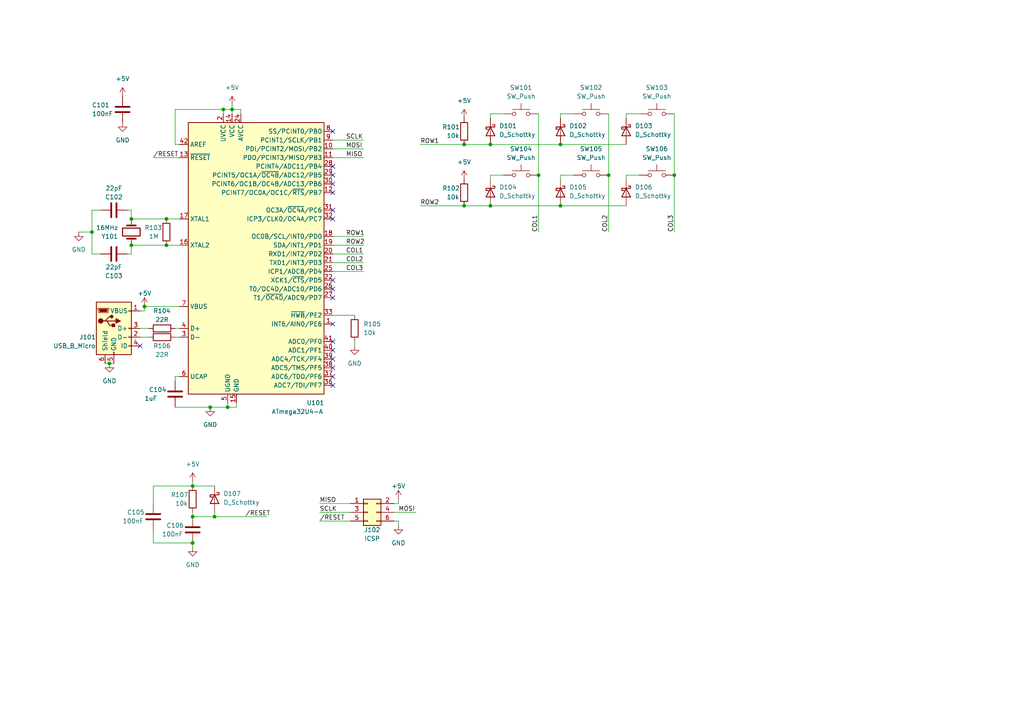
<source format=kicad_sch>
(kicad_sch (version 20211123) (generator eeschema)
  (paper "A4")
  (lib_symbols
    (symbol "Connector:USB_B_Micro" (pin_names (offset 1.016))
      (property "Reference" "J" (at -5.08 11.43 0))
      (property "Value" "USB_B_Micro" (at -5.08 8.89 0))
      (symbol "USB_B_Micro_0_1"
        (rectangle (start -5.08 -7.62) (end 5.08 7.62) (stroke (width 0.254)) (fill (type background)))
        (circle (center -3.81 2.159) (radius 0.635) (stroke (width 0.254)) (fill (type outline)))
        (circle (center -0.635 3.429) (radius 0.381) (stroke (width 0.254)) (fill (type outline)))
        (rectangle (start -0.127 -7.62) (end 0.127 -6.858))
        (polyline (pts (xy -1.905 2.159) (xy 0.635 2.159)) (stroke (width 0.254)))
        (polyline (pts (xy -3.175 2.159) (xy -2.54 2.159) (xy -1.27 3.429) (xy -0.635 3.429)) (stroke (width 0.254)))
        (polyline (pts (xy -2.54 2.159) (xy -1.905 2.159) (xy -1.27 0.889) (xy 0 0.889)) (stroke (width 0.254)))
        (polyline (pts (xy 0.635 2.794) (xy 0.635 1.524) (xy 1.905 2.159) (xy 0.635 2.794)) (stroke (width 0.254)) (fill (type outline)))
        (polyline (pts (xy -4.318 5.588) (xy -1.778 5.588) (xy -2.032 4.826) (xy -4.064 4.826) (xy -4.318 5.588)) (fill (type outline)))
        (polyline (pts (xy -4.699 5.842) (xy -4.699 5.588) (xy -4.445 4.826) (xy -4.445 4.572) (xy -1.651 4.572) (xy -1.651 4.826) (xy -1.397 5.588) (xy -1.397 5.842) (xy -4.699 5.842)))
        (rectangle (start 0.254 1.27) (end -0.508 0.508) (stroke (width 0.254)) (fill (type outline)))
        (rectangle (start 5.08 -5.207) (end 4.318 -4.953))
        (rectangle (start 5.08 -2.667) (end 4.318 -2.413))
        (rectangle (start 5.08 -0.127) (end 4.318 0.127))
        (rectangle (start 5.08 4.953) (end 4.318 5.207))
      )
      (symbol "USB_B_Micro_1_1"
        (pin power_out line (at 7.62 5.08 180) (length 2.54) (name "VBUS") (number "1"))
        (pin bidirectional line (at 7.62 -2.54 180) (length 2.54) (name "D-") (number "2"))
        (pin bidirectional line (at 7.62 0 180) (length 2.54) (name "D+") (number "3"))
        (pin passive line (at 7.62 -5.08 180) (length 2.54) (name "ID") (number "4"))
        (pin power_out line (at 0 -10.16 90) (length 2.54) (name "GND") (number "5"))
        (pin passive line (at -2.54 -10.16 90) (length 2.54) (name "Shield") (number "6"))
      )
    )
    (symbol "Connector_Generic:Conn_02x03_Counter_Clockwise" (pin_names (offset 1.016) hide)
      (property "Reference" "J?" (at 1.27 8.89 0))
      (property "Value" "Conn_02x03_Counter_Clockwise" (at 1.27 6.35 0))
      (symbol "Conn_02x03_Counter_Clockwise_1_1"
        (rectangle (start -1.27 -2.413) (end 0 -2.667) (stroke (width 0.1524)))
        (rectangle (start -1.27 0.127) (end 0 -0.127) (stroke (width 0.1524)))
        (rectangle (start -1.27 2.667) (end 0 2.413) (stroke (width 0.1524)))
        (rectangle (start -1.27 3.81) (end 3.81 -3.81) (stroke (width 0.254)) (fill (type background)))
        (rectangle (start 3.81 -2.413) (end 2.54 -2.667) (stroke (width 0.1524)))
        (rectangle (start 3.81 0.127) (end 2.54 -0.127) (stroke (width 0.1524)))
        (rectangle (start 3.81 2.667) (end 2.54 2.413) (stroke (width 0.1524)))
        (pin passive line (at -5.08 2.54 0) (length 3.81) (name "Pin_1") (number "1"))
        (pin passive line (at 7.62 2.54 180) (length 3.81) (name "Pin_2") (number "2"))
        (pin passive line (at -5.08 0 0) (length 3.81) (name "Pin_3") (number "3"))
        (pin passive line (at 7.62 0 180) (length 3.81) (name "Pin_4") (number "4"))
        (pin passive line (at -5.08 -2.54 0) (length 3.81) (name "Pin_5") (number "5"))
        (pin passive line (at 7.62 -2.54 180) (length 3.81) (name "Pin_6") (number "6"))
      )
    )
    (symbol "Device:C" (pin_numbers hide) (pin_names (offset 0.254))
      (property "Reference" "C" (at 0.635 2.54 0))
      (property "Value" "C" (at 0.635 -2.54 0))
      (symbol "C_0_1"
        (polyline (pts (xy -2.032 -0.762) (xy 2.032 -0.762)) (stroke (width 0.508)))
        (polyline (pts (xy -2.032 0.762) (xy 2.032 0.762)) (stroke (width 0.508)))
      )
      (symbol "C_1_1"
        (pin passive line (at 0 3.81 270) (length 2.794) (name "~") (number "1"))
        (pin passive line (at 0 -3.81 90) (length 2.794) (name "~") (number "2"))
      )
    )
    (symbol "Device:Crystal" (pin_numbers hide) (pin_names (offset 1.016) hide)
      (property "Reference" "Y" (at 0 3.81 0))
      (property "Value" "Crystal" (at 0 -3.81 0))
      (symbol "Crystal_0_1"
        (rectangle (start -1.143 2.54) (end 1.143 -2.54) (stroke (width 0.3048)))
        (polyline (pts (xy -2.54 0) (xy -1.905 0)))
        (polyline (pts (xy -1.905 -1.27) (xy -1.905 1.27)) (stroke (width 0.508)))
        (polyline (pts (xy 1.905 -1.27) (xy 1.905 1.27)) (stroke (width 0.508)))
        (polyline (pts (xy 2.54 0) (xy 1.905 0)))
      )
      (symbol "Crystal_1_1"
        (pin passive line (at -3.81 0 0) (length 1.27) (name "1") (number "1"))
        (pin passive line (at 3.81 0 180) (length 1.27) (name "2") (number "2"))
      )
    )
    (symbol "Device:D_Schottky" (pin_numbers hide) (pin_names (offset 1.016) hide)
      (property "Reference" "D" (at 0 2.54 0))
      (property "Value" "D_Schottky" (at 0 -2.54 0))
      (symbol "D_Schottky_0_1"
        (polyline (pts (xy 1.27 0) (xy -1.27 0)))
        (polyline (pts (xy 1.27 1.27) (xy 1.27 -1.27) (xy -1.27 0) (xy 1.27 1.27)) (stroke (width 0.254)))
        (polyline (pts (xy -1.905 0.635) (xy -1.905 1.27) (xy -1.27 1.27) (xy -1.27 -1.27) (xy -0.635 -1.27) (xy -0.635 -0.635)) (stroke (width 0.254)))
      )
      (symbol "D_Schottky_1_1"
        (pin passive line (at -3.81 0 0) (length 2.54) (name "K") (number "1"))
        (pin passive line (at 3.81 0 180) (length 2.54) (name "A") (number "2"))
      )
    )
    (symbol "Device:R" (pin_numbers hide) (pin_names (offset 0))
      (property "Reference" "R" (at 2.032 0 90))
      (property "Value" "R" (at 0 0 90))
      (symbol "R_0_1"
        (rectangle (start -1.016 -2.54) (end 1.016 2.54) (stroke (width 0.254)))
      )
      (symbol "R_1_1"
        (pin passive line (at 0 3.81 270) (length 1.27) (name "~") (number "1"))
        (pin passive line (at 0 -3.81 90) (length 1.27) (name "~") (number "2"))
      )
    )
    (symbol "MCU_Microchip_ATmega:ATmega32U4-A"
      (property "Reference" "U101" (at 21.59 -39.37 0))
      (property "Value" "ATmega32U4-A" (at 11.43 -41.91 0))
      (symbol "ATmega32U4-A_0_1"
        (rectangle (start -12.7 41.91) (end 26.67 -36.83) (stroke (width 0.254)) (fill (type background)))
      )
      (symbol "ATmega32U4-A_1_1"
        (pin bidirectional line (at 29.21 -16.51 180) (length 2.54) (name "INT6/AIN0/PE6") (number "1"))
        (pin bidirectional line (at 29.21 34.29 180) (length 2.54) (name "PDI/PCINT2/MOSI/PB2") (number "10"))
        (pin bidirectional line (at 29.21 31.75 180) (length 2.54) (name "PDO/PCINT3/MISO/PB3") (number "11"))
        (pin bidirectional line (at 29.21 21.59 180) (length 2.54) (name "PCINT7/OC0A/OC1C/~{RTS}/PB7") (number "12"))
        (pin input line (at -15.24 31.75 0) (length 2.54) (name "~{RESET}") (number "13"))
        (pin power_in line (at 0 44.45 270) (length 2.54) (name "VCC") (number "14"))
        (pin power_in line (at 1.27 -39.37 90) (length 2.54) (name "GND") (number "15"))
        (pin output line (at -15.24 6.35 0) (length 2.54) (name "XTAL2") (number "16"))
        (pin input line (at -15.24 13.97 0) (length 2.54) (name "XTAL1") (number "17"))
        (pin bidirectional line (at 29.21 8.89 180) (length 2.54) (name "OC0B/SCL/INT0/PD0") (number "18"))
        (pin bidirectional line (at 29.21 6.35 180) (length 2.54) (name "SDA/INT1/PD1") (number "19"))
        (pin power_in line (at -2.54 44.45 270) (length 2.54) (name "UVCC") (number "2"))
        (pin bidirectional line (at 29.21 3.81 180) (length 2.54) (name "RXD1/INT2/PD2") (number "20"))
        (pin bidirectional line (at 29.21 1.27 180) (length 2.54) (name "TXD1/INT3/PD3") (number "21"))
        (pin bidirectional line (at 29.21 -3.81 180) (length 2.54) (name "XCK1/~{CTS}/PD5") (number "22"))
        (pin passive line (at 1.27 -39.37 90) (length 2.54) hide (name "GND") (number "23"))
        (pin power_in line (at 2.54 44.45 270) (length 2.54) (name "AVCC") (number "24"))
        (pin bidirectional line (at 29.21 -1.27 180) (length 2.54) (name "ICP1/ADC8/PD4") (number "25"))
        (pin bidirectional line (at 29.21 -6.35 180) (length 2.54) (name "T0/OC4D/ADC10/PD6") (number "26"))
        (pin bidirectional line (at 29.21 -8.89 180) (length 2.54) (name "T1/~{OC4D}/ADC9/PD7") (number "27"))
        (pin bidirectional line (at 29.21 29.21 180) (length 2.54) (name "PCINT4/ADC11/PB4") (number "28"))
        (pin bidirectional line (at 29.21 26.67 180) (length 2.54) (name "PCINT5/OC1A/~{OC4B}/ADC12/PB5") (number "29"))
        (pin bidirectional line (at -15.24 -20.32 0) (length 2.54) (name "D-") (number "3"))
        (pin bidirectional line (at 29.21 24.13 180) (length 2.54) (name "PCINT6/OC1B/OC4B/ADC13/PB6") (number "30"))
        (pin bidirectional line (at 29.21 16.51 180) (length 2.54) (name "OC3A/~{OC4A}/PC6") (number "31"))
        (pin bidirectional line (at 29.21 13.97 180) (length 2.54) (name "ICP3/CLK0/OC4A/PC7") (number "32"))
        (pin bidirectional line (at 29.21 -13.97 180) (length 2.54) (name "~{HWB}/PE2") (number "33"))
        (pin passive line (at 0 44.45 270) (length 2.54) hide (name "VCC") (number "34"))
        (pin passive line (at 1.27 -39.37 90) (length 2.54) hide (name "GND") (number "35"))
        (pin bidirectional line (at 29.21 -34.29 180) (length 2.54) (name "ADC7/TDI/PF7") (number "36"))
        (pin bidirectional line (at 29.21 -31.75 180) (length 2.54) (name "ADC6/TDO/PF6") (number "37"))
        (pin bidirectional line (at 29.21 -29.21 180) (length 2.54) (name "ADC5/TMS/PF5") (number "38"))
        (pin bidirectional line (at 29.21 -26.67 180) (length 2.54) (name "ADC4/TCK/PF4") (number "39"))
        (pin bidirectional line (at -15.24 -17.78 0) (length 2.54) (name "D+") (number "4"))
        (pin bidirectional line (at 29.21 -24.13 180) (length 2.54) (name "ADC1/PF1") (number "40"))
        (pin bidirectional line (at 29.21 -21.59 180) (length 2.54) (name "ADC0/PF0") (number "41"))
        (pin passive line (at -15.24 35.56 0) (length 2.54) (name "AREF") (number "42"))
        (pin passive line (at 1.27 -39.37 90) (length 2.54) hide (name "GND") (number "43"))
        (pin passive line (at 2.54 44.45 270) (length 2.54) hide (name "AVCC") (number "44"))
        (pin passive line (at -1.27 -39.37 90) (length 2.54) (name "UGND") (number "5"))
        (pin passive line (at -15.24 -31.75 0) (length 2.54) (name "UCAP") (number "6"))
        (pin input line (at -15.24 -11.43 0) (length 2.54) (name "VBUS") (number "7"))
        (pin bidirectional line (at 29.21 39.37 180) (length 2.54) (name "SS/PCINT0/PB0") (number "8"))
        (pin bidirectional line (at 29.21 36.83 180) (length 2.54) (name "PCINT1/SCLK/PB1") (number "9"))
      )
    )
    (symbol "Switch:SW_Push" (pin_numbers hide) (pin_names (offset 1.016) hide)
      (property "Reference" "SW" (at 1.27 2.54 0))
      (property "Value" "SW_Push" (at 0 -1.524 0))
      (symbol "SW_Push_0_1"
        (circle (center -2.032 0) (radius 0.508))
        (polyline (pts (xy 0 1.27) (xy 0 3.048)))
        (polyline (pts (xy 2.54 1.27) (xy -2.54 1.27)))
        (circle (center 2.032 0) (radius 0.508))
        (pin passive line (at -5.08 0 0) (length 2.54) (name "1") (number "1"))
        (pin passive line (at 5.08 0 180) (length 2.54) (name "2") (number "2"))
      )
    )
    (symbol "power:+5V" (power) (pin_names (offset 0))
      (property "Value" "+5V" (at 0 3.556 0))
      (symbol "+5V_0_1"
        (polyline (pts (xy -0.762 1.27) (xy 0 2.54)))
        (polyline (pts (xy 0 0) (xy 0 2.54)))
        (polyline (pts (xy 0 2.54) (xy 0.762 1.27)))
      )
      (symbol "+5V_1_1"
        (pin power_in line (at 0 0 90) (length 0) hide (name "+5V") (number "1"))
      )
    )
    (symbol "power:GND" (power) (pin_names (offset 0))
      (property "Value" "GND" (at 0 -3.81 0))
      (symbol "GND_0_1"
        (polyline (pts (xy 0 0) (xy 0 -1.27) (xy 1.27 -1.27) (xy 0 -2.54) (xy -1.27 -1.27) (xy 0 -1.27)))
      )
      (symbol "GND_1_1"
        (pin power_in line (at 0 0 270) (length 0) hide (name "GND") (number "1"))
      )
    )
  )
  (junction (at 162.56 59.69))
  (junction (at 134.62 59.69))
  (junction (at 64.77 31.75))
  (junction (at 31.75 105.41))
  (junction (at 176.53 50.8))
  (junction (at 60.96 118.11))
  (junction (at 55.88 157.48))
  (junction (at 41.91 88.9))
  (junction (at 48.26 63.5))
  (junction (at 142.24 41.91))
  (junction (at 66.04 118.11))
  (junction (at 26.67 67.31))
  (junction (at 142.24 59.69))
  (junction (at 48.26 71.12))
  (junction (at 38.1 63.5))
  (junction (at 55.88 140.97))
  (junction (at 195.58 50.8))
  (junction (at 38.1 71.12))
  (junction (at 67.31 31.75))
  (junction (at 55.88 149.86))
  (junction (at 156.21 50.8))
  (junction (at 62.23 149.86))
  (junction (at 162.56 41.91))
  (junction (at 134.62 41.91))
  (no_connect (at 96.52 93.98))
  (no_connect (at 96.52 104.14))
  (no_connect (at 96.52 99.06))
  (no_connect (at 96.52 101.6))
  (no_connect (at 96.52 86.36))
  (no_connect (at 96.52 111.76))
  (no_connect (at 96.52 109.22))
  (no_connect (at 96.52 106.68))
  (no_connect (at 96.52 55.88))
  (no_connect (at 96.52 50.8))
  (no_connect (at 96.52 53.34))
  (no_connect (at 96.52 83.82))
  (no_connect (at 96.52 60.96))
  (no_connect (at 96.52 63.5))
  (no_connect (at 96.52 48.26))
  (no_connect (at 40.64 100.33))
  (no_connect (at 96.52 38.1))
  (no_connect (at 96.52 81.28))
  (wire (pts (xy 114.3 146.05) (xy 115.57 146.05)))
  (wire (pts (xy 41.91 90.17) (xy 40.64 90.17)))
  (wire (pts (xy 96.52 91.44) (xy 102.87 91.44)))
  (wire (pts (xy 44.45 153.67) (xy 44.45 157.48)))
  (wire (pts (xy 162.56 33.02) (xy 166.37 33.02)))
  (wire (pts (xy 38.1 73.66) (xy 36.83 73.66)))
  (wire (pts (xy 64.77 31.75) (xy 67.31 31.75)))
  (wire (pts (xy 66.04 118.11) (xy 68.58 118.11)))
  (wire (pts (xy 44.45 140.97) (xy 44.45 146.05)))
  (wire (pts (xy 26.67 67.31) (xy 26.67 73.66)))
  (wire (pts (xy 44.45 157.48) (xy 55.88 157.48)))
  (wire (pts (xy 40.64 95.25) (xy 43.18 95.25)))
  (wire (pts (xy 162.56 41.91) (xy 181.61 41.91)))
  (wire (pts (xy 30.48 105.41) (xy 31.75 105.41)))
  (wire (pts (xy 115.57 144.78) (xy 115.57 146.05)))
  (wire (pts (xy 92.71 146.05) (xy 101.6 146.05)))
  (wire (pts (xy 44.45 140.97) (xy 55.88 140.97)))
  (wire (pts (xy 96.52 43.18) (xy 105.41 43.18)))
  (wire (pts (xy 162.56 34.29) (xy 162.56 33.02)))
  (wire (pts (xy 96.52 71.12) (xy 105.41 71.12)))
  (wire (pts (xy 96.52 76.2) (xy 105.41 76.2)))
  (wire (pts (xy 156.21 50.8) (xy 156.21 67.31)))
  (wire (pts (xy 176.53 50.8) (xy 176.53 67.31)))
  (wire (pts (xy 41.91 88.9) (xy 41.91 90.17)))
  (wire (pts (xy 38.1 71.12) (xy 48.26 71.12)))
  (wire (pts (xy 121.92 59.69) (xy 134.62 59.69)))
  (wire (pts (xy 67.31 31.75) (xy 67.31 33.02)))
  (wire (pts (xy 142.24 41.91) (xy 162.56 41.91)))
  (wire (pts (xy 50.8 41.91) (xy 50.8 31.75)))
  (wire (pts (xy 114.3 148.59) (xy 120.65 148.59)))
  (wire (pts (xy 115.57 151.13) (xy 115.57 152.4)))
  (wire (pts (xy 52.07 109.22) (xy 50.8 109.22)))
  (wire (pts (xy 50.8 31.75) (xy 64.77 31.75)))
  (wire (pts (xy 50.8 118.11) (xy 60.96 118.11)))
  (wire (pts (xy 134.62 41.91) (xy 142.24 41.91)))
  (wire (pts (xy 142.24 33.02) (xy 146.05 33.02)))
  (wire (pts (xy 55.88 140.97) (xy 62.23 140.97)))
  (wire (pts (xy 67.31 30.48) (xy 67.31 31.75)))
  (wire (pts (xy 142.24 59.69) (xy 162.56 59.69)))
  (wire (pts (xy 114.3 151.13) (xy 115.57 151.13)))
  (wire (pts (xy 66.04 116.84) (xy 66.04 118.11)))
  (wire (pts (xy 26.67 60.96) (xy 26.67 67.31)))
  (wire (pts (xy 38.1 63.5) (xy 38.1 60.96)))
  (wire (pts (xy 92.71 148.59) (xy 101.6 148.59)))
  (wire (pts (xy 176.53 33.02) (xy 176.53 50.8)))
  (wire (pts (xy 55.88 157.48) (xy 55.88 158.75)))
  (wire (pts (xy 162.56 52.07) (xy 162.56 50.8)))
  (wire (pts (xy 31.75 105.41) (xy 33.02 105.41)))
  (wire (pts (xy 96.52 68.58) (xy 105.41 68.58)))
  (wire (pts (xy 60.96 118.11) (xy 66.04 118.11)))
  (wire (pts (xy 69.85 31.75) (xy 69.85 33.02)))
  (wire (pts (xy 50.8 97.79) (xy 52.07 97.79)))
  (wire (pts (xy 162.56 59.69) (xy 181.61 59.69)))
  (wire (pts (xy 26.67 73.66) (xy 29.21 73.66)))
  (wire (pts (xy 55.88 139.7) (xy 55.88 140.97)))
  (wire (pts (xy 195.58 33.02) (xy 195.58 50.8)))
  (wire (pts (xy 50.8 109.22) (xy 50.8 110.49)))
  (wire (pts (xy 67.31 31.75) (xy 69.85 31.75)))
  (wire (pts (xy 62.23 148.59) (xy 62.23 149.86)))
  (wire (pts (xy 48.26 71.12) (xy 52.07 71.12)))
  (wire (pts (xy 38.1 60.96) (xy 36.83 60.96)))
  (wire (pts (xy 38.1 63.5) (xy 48.26 63.5)))
  (wire (pts (xy 64.77 33.02) (xy 64.77 31.75)))
  (wire (pts (xy 96.52 45.72) (xy 105.41 45.72)))
  (wire (pts (xy 62.23 149.86) (xy 77.47 149.86)))
  (wire (pts (xy 96.52 78.74) (xy 105.41 78.74)))
  (wire (pts (xy 121.92 41.91) (xy 134.62 41.91)))
  (wire (pts (xy 44.45 45.72) (xy 52.07 45.72)))
  (wire (pts (xy 156.21 33.02) (xy 156.21 50.8)))
  (wire (pts (xy 68.58 118.11) (xy 68.58 116.84)))
  (wire (pts (xy 134.62 59.69) (xy 142.24 59.69)))
  (wire (pts (xy 181.61 52.07) (xy 181.61 50.8)))
  (wire (pts (xy 162.56 50.8) (xy 166.37 50.8)))
  (wire (pts (xy 142.24 50.8) (xy 146.05 50.8)))
  (wire (pts (xy 22.86 67.31) (xy 26.67 67.31)))
  (wire (pts (xy 92.71 151.13) (xy 101.6 151.13)))
  (wire (pts (xy 52.07 88.9) (xy 41.91 88.9)))
  (wire (pts (xy 195.58 50.8) (xy 195.58 67.31)))
  (wire (pts (xy 181.61 50.8) (xy 185.42 50.8)))
  (wire (pts (xy 38.1 71.12) (xy 38.1 73.66)))
  (wire (pts (xy 50.8 95.25) (xy 52.07 95.25)))
  (wire (pts (xy 26.67 60.96) (xy 29.21 60.96)))
  (wire (pts (xy 40.64 97.79) (xy 43.18 97.79)))
  (wire (pts (xy 102.87 99.06) (xy 102.87 100.33)))
  (wire (pts (xy 50.8 41.91) (xy 52.07 41.91)))
  (wire (pts (xy 142.24 34.29) (xy 142.24 33.02)))
  (wire (pts (xy 142.24 52.07) (xy 142.24 50.8)))
  (wire (pts (xy 55.88 148.59) (xy 55.88 149.86)))
  (wire (pts (xy 62.23 149.86) (xy 55.88 149.86)))
  (wire (pts (xy 181.61 34.29) (xy 181.61 33.02)))
  (wire (pts (xy 181.61 33.02) (xy 185.42 33.02)))
  (wire (pts (xy 48.26 63.5) (xy 52.07 63.5)))
  (wire (pts (xy 96.52 73.66) (xy 105.41 73.66)))
  (wire (pts (xy 96.52 40.64) (xy 105.41 40.64)))
  (label "ROW2" (at 121.92 59.69 0))
  (label "MISO" (at 100.33 45.72 0))
  (label "COL3" (at 195.58 67.31 90))
  (label "COL1" (at 156.21 67.31 90))
  (label "ROW1" (at 100.33 68.58 0))
  (label "{slash}RESET" (at 44.45 45.72 0))
  (label "COL1" (at 100.33 73.66 0))
  (label "{slash}RESET" (at 92.71 151.13 0))
  (label "MOSI" (at 115.57 148.59 0))
  (label "MISO" (at 92.71 146.05 0))
  (label "ROW2" (at 100.33 71.12 0))
  (label "MOSI" (at 100.33 43.18 0))
  (label "COL2" (at 176.53 67.31 90))
  (label "SCLK" (at 92.71 148.59 0))
  (label "COL2" (at 100.33 76.2 0))
  (label "{slash}RESET" (at 71.12 149.86 0))
  (label "SCLK" (at 100.33 40.64 0))
  (label "COL3" (at 100.33 78.74 0))
  (label "ROW1" (at 121.92 41.91 0))
  (symbol (lib_id "Device:C") (at 50.8 114.3 0) (unit 1)
    (property "Reference" "C104" (at 43.18 113.03 0) (effects (justify left)))
    (property "Value" "1uF" (at 41.91 115.57 0) (effects (justify left)))
    (property "Footprint" "Capacitor_THT:C_Disc_D5.0mm_W2.5mm_P5.00mm" (effects hide))
  )
  (symbol (lib_id "MCU_Microchip_ATmega:ATmega32U4-A") (at 67.31 77.47 0) (unit 1)
    (property "Reference" "U101" (at 88.9 116.84 0) (effects (justify left)))
    (property "Value" "ATmega32U4-A" (at 78.74 119.38 0) (effects (justify left)))
    (property "Footprint" "Package_QFP:TQFP-44_10x10mm_P0.8mm" (effects hide))
    (property "Datasheet" "http://ww1.microchip.com/downloads/en/DeviceDoc/Atmel-7766-8-bit-AVR-ATmega16U4-32U4_Datasheet.pdf" (effects hide))
  )
  (symbol (lib_id "Device:D_Schottky") (at 62.23 144.78 270) (unit 1)
    (property "Reference" "D107" (at 64.77 143.1924 90) (effects (justify left)))
    (property "Value" "D_Schottky" (at 64.77 145.7324 90) (effects (justify left)))
    (property "Footprint" "Diode_THT:D_A-405_P7.62mm_Horizontal" (effects hide))
  )
  (symbol (lib_id "Device:C") (at 55.88 153.67 0) (unit 1)
    (property "Reference" "C106" (at 48.26 152.4 0) (effects (justify left)))
    (property "Value" "100nF" (at 46.99 154.94 0) (effects (justify left)))
    (property "Footprint" "Capacitor_THT:C_Disc_D5.0mm_W2.5mm_P5.00mm" (effects hide))
  )
  (symbol (lib_id "power:+5V") (at 67.31 30.48 0) (unit 1)
    (property "Reference" "#PWR0102" (effects hide))
    (property "Value" "+5V" (at 67.31 25.4 0))
  )
  (symbol (lib_id "Switch:SW_Push") (at 190.5 33.02 0) (unit 1)
    (property "Reference" "SW103" (at 190.5 25.4 0))
    (property "Value" "SW_Push" (at 190.5 27.94 0))
    (property "Footprint" "Button_Switch_Keyboard:SW_Cherry_MX_1.00u_PCB" (effects hide))
  )
  (symbol (lib_id "power:GND") (at 31.75 105.41 0) (unit 1)
    (property "Reference" "#PWR0109" (effects hide))
    (property "Value" "GND" (at 31.75 110.49 0))
  )
  (symbol (lib_id "Connector_Generic:Conn_02x03_Counter_Clockwise") (at 106.68 148.59 0) (unit 1)
    (property "Reference" "J102" (at 107.95 153.67 0))
    (property "Value" "ICSP" (at 107.95 156.21 0))
    (property "Footprint" "Connector_PinHeader_2.54mm:PinHeader_2x03_P2.54mm_Vertical" (effects hide))
  )
  (symbol (lib_id "Device:D_Schottky") (at 162.56 38.1 270) (unit 1)
    (property "Reference" "D102" (at 165.1 36.5124 90) (effects (justify left)))
    (property "Value" "D_Schottky" (at 165.1 39.0524 90) (effects (justify left)))
    (property "Footprint" "Diode_THT:D_A-405_P7.62mm_Horizontal" (effects hide))
  )
  (symbol (lib_id "power:GND") (at 115.57 152.4 0) (unit 1)
    (property "Reference" "#PWR0113" (effects hide))
    (property "Value" "GND" (at 115.57 157.48 0))
  )
  (symbol (lib_id "Device:D_Schottky") (at 162.56 55.88 270) (unit 1)
    (property "Reference" "D105" (at 165.1 54.2924 90) (effects (justify left)))
    (property "Value" "D_Schottky" (at 165.1 56.8324 90) (effects (justify left)))
    (property "Footprint" "Diode_THT:D_A-405_P7.62mm_Horizontal" (effects hide))
  )
  (symbol (lib_id "Switch:SW_Push") (at 151.13 50.8 0) (unit 1)
    (property "Reference" "SW104" (at 151.13 43.18 0))
    (property "Value" "SW_Push" (at 151.13 45.72 0))
    (property "Footprint" "Button_Switch_Keyboard:SW_Cherry_MX_1.00u_PCB" (effects hide))
  )
  (symbol (lib_id "Device:D_Schottky") (at 142.24 55.88 270) (unit 1)
    (property "Reference" "D104" (at 144.78 54.2924 90) (effects (justify left)))
    (property "Value" "D_Schottky" (at 144.78 56.8324 90) (effects (justify left)))
    (property "Footprint" "Diode_THT:D_A-405_P7.62mm_Horizontal" (effects hide))
  )
  (symbol (lib_id "Device:R") (at 134.62 38.1 180) (unit 1)
    (property "Reference" "R101" (at 128.27 36.83 0) (effects (justify right)))
    (property "Value" "10k" (at 129.54 39.37 0) (effects (justify right)))
    (property "Footprint" "Resistor_THT:R_Axial_DIN0207_L6.3mm_D2.5mm_P7.62mm_Horizontal" (effects hide))
  )
  (symbol (lib_id "Switch:SW_Push") (at 190.5 50.8 0) (unit 1)
    (property "Reference" "SW106" (at 190.5 43.18 0))
    (property "Value" "SW_Push" (at 190.5 45.72 0))
    (property "Footprint" "Button_Switch_Keyboard:SW_Cherry_MX_1.00u_PCB" (effects hide))
  )
  (symbol (lib_id "power:GND") (at 60.96 118.11 0) (unit 1)
    (property "Reference" "#PWR0110" (effects hide))
    (property "Value" "GND" (at 60.96 123.19 0))
  )
  (symbol (lib_id "power:GND") (at 102.87 100.33 0) (unit 1)
    (property "Reference" "#PWR0108" (effects hide))
    (property "Value" "GND" (at 102.87 105.41 0))
  )
  (symbol (lib_id "Device:R") (at 46.99 97.79 90) (unit 1)
    (property "Reference" "R106" (at 46.99 100.33 90))
    (property "Value" "22R" (at 46.99 102.87 90))
    (property "Footprint" "Resistor_THT:R_Axial_DIN0207_L6.3mm_D2.5mm_P7.62mm_Horizontal" (effects hide))
  )
  (symbol (lib_id "power:+5V") (at 115.57 144.78 0) (unit 1)
    (property "Reference" "#PWR0112" (effects hide))
    (property "Value" "+5V" (at 115.57 140.97 0))
  )
  (symbol (lib_id "Device:R") (at 102.87 95.25 180) (unit 1)
    (property "Reference" "R105" (at 105.41 93.98 0) (effects (justify right)))
    (property "Value" "10k" (at 105.41 96.52 0) (effects (justify right)))
    (property "Footprint" "Resistor_THT:R_Axial_DIN0207_L6.3mm_D2.5mm_P7.62mm_Horizontal" (effects hide))
  )
  (symbol (lib_id "Device:C") (at 44.45 149.86 0) (unit 1)
    (property "Reference" "C105" (at 36.83 148.59 0) (effects (justify left)))
    (property "Value" "100nF" (at 35.56 151.13 0) (effects (justify left)))
    (property "Footprint" "Capacitor_THT:C_Disc_D5.0mm_W2.5mm_P5.00mm" (effects hide))
  )
  (symbol (lib_id "Device:C") (at 35.56 31.75 0) (unit 1)
    (property "Reference" "C101" (at 26.67 30.48 0) (effects (justify left)))
    (property "Value" "100nF" (at 26.67 33.02 0) (effects (justify left)))
    (property "Footprint" "Capacitor_THT:C_Disc_D5.0mm_W2.5mm_P5.00mm" (effects hide))
  )
  (symbol (lib_id "Device:R") (at 55.88 144.78 180) (unit 1)
    (property "Reference" "R107" (at 49.53 143.51 0) (effects (justify right)))
    (property "Value" "10k" (at 50.8 146.05 0) (effects (justify right)))
    (property "Footprint" "Resistor_THT:R_Axial_DIN0207_L6.3mm_D2.5mm_P7.62mm_Horizontal" (effects hide))
  )
  (symbol (lib_id "Device:D_Schottky") (at 181.61 55.88 270) (unit 1)
    (property "Reference" "D106" (at 184.15 54.2924 90) (effects (justify left)))
    (property "Value" "D_Schottky" (at 184.15 56.8324 90) (effects (justify left)))
    (property "Footprint" "Diode_THT:D_A-405_P7.62mm_Horizontal" (effects hide))
  )
  (symbol (lib_id "power:GND") (at 55.88 158.75 0) (unit 1)
    (property "Reference" "#PWR0114" (effects hide))
    (property "Value" "GND" (at 55.88 163.83 0))
  )
  (symbol (lib_id "Device:R") (at 48.26 67.31 180) (unit 1)
    (property "Reference" "R103" (at 41.91 66.04 0) (effects (justify right)))
    (property "Value" "1M" (at 43.18 68.58 0) (effects (justify right)))
    (property "Footprint" "Resistor_THT:R_Axial_DIN0207_L6.3mm_D2.5mm_P7.62mm_Horizontal" (effects hide))
  )
  (symbol (lib_id "power:+5V") (at 134.62 34.29 0) (unit 1)
    (property "Reference" "#PWR0103" (effects hide))
    (property "Value" "+5V" (at 134.62 29.21 0))
  )
  (symbol (lib_id "Device:D_Schottky") (at 181.61 38.1 270) (unit 1)
    (property "Reference" "D103" (at 184.15 36.5124 90) (effects (justify left)))
    (property "Value" "D_Schottky" (at 184.15 39.0524 90) (effects (justify left)))
    (property "Footprint" "Diode_THT:D_A-405_P7.62mm_Horizontal" (effects hide))
  )
  (symbol (lib_id "power:+5V") (at 41.91 88.9 0) (unit 1)
    (property "Reference" "#PWR0107" (effects hide))
    (property "Value" "+5V" (at 41.91 85.09 0))
  )
  (symbol (lib_id "Device:C") (at 33.02 73.66 270) (unit 1)
    (property "Reference" "C103" (at 33.02 80.01 90))
    (property "Value" "22pF" (at 33.02 77.47 90))
    (property "Footprint" "Capacitor_SMD:C_0805_2012Metric_Pad1.18x1.45mm_HandSolder" (effects hide))
  )
  (symbol (lib_id "power:+5V") (at 134.62 52.07 0) (unit 1)
    (property "Reference" "#PWR0105" (effects hide))
    (property "Value" "+5V" (at 134.62 46.99 0))
  )
  (symbol (lib_id "Connector:USB_B_Micro") (at 33.02 95.25 0) (unit 1)
    (property "Reference" "J101" (at 25.4 97.79 0))
    (property "Value" "USB_B_Micro" (at 21.59 100.33 0))
    (property "Footprint" "Connector_USB:USB_Micro-B_Amphenol_10118194_Horizontal" (effects hide))
  )
  (symbol (lib_id "Device:D_Schottky") (at 142.24 38.1 270) (unit 1)
    (property "Reference" "D101" (at 144.78 36.5124 90) (effects (justify left)))
    (property "Value" "D_Schottky" (at 144.78 39.0524 90) (effects (justify left)))
    (property "Footprint" "Diode_THT:D_A-405_P7.62mm_Horizontal" (effects hide))
  )
  (symbol (lib_id "Device:R") (at 134.62 55.88 180) (unit 1)
    (property "Reference" "R102" (at 128.27 54.61 0) (effects (justify right)))
    (property "Value" "10k" (at 129.54 57.15 0) (effects (justify right)))
    (property "Footprint" "Resistor_THT:R_Axial_DIN0207_L6.3mm_D2.5mm_P7.62mm_Horizontal" (effects hide))
  )
  (symbol (lib_id "Switch:SW_Push") (at 151.13 33.02 0) (unit 1)
    (property "Reference" "SW101" (at 151.13 25.4 0))
    (property "Value" "SW_Push" (at 151.13 27.94 0))
    (property "Footprint" "Button_Switch_Keyboard:SW_Cherry_MX_1.00u_PCB" (effects hide))
  )
  (symbol (lib_id "Switch:SW_Push") (at 171.45 50.8 0) (unit 1)
    (property "Reference" "SW105" (at 171.45 43.18 0))
    (property "Value" "SW_Push" (at 171.45 45.72 0))
    (property "Footprint" "Button_Switch_Keyboard:SW_Cherry_MX_1.00u_PCB" (effects hide))
  )
  (symbol (lib_id "Device:R") (at 46.99 95.25 90) (unit 1)
    (property "Reference" "R104" (at 46.99 90.17 90))
    (property "Value" "22R" (at 46.99 92.71 90))
    (property "Footprint" "Resistor_THT:R_Axial_DIN0207_L6.3mm_D2.5mm_P7.62mm_Horizontal" (effects hide))
  )
  (symbol (lib_id "power:GND") (at 35.56 35.56 0) (unit 1)
    (property "Reference" "#PWR0104" (effects hide))
    (property "Value" "GND" (at 35.56 40.64 0))
  )
  (symbol (lib_id "Device:C") (at 33.02 60.96 270) (unit 1)
    (property "Reference" "C102" (at 33.02 57.15 90))
    (property "Value" "22pF" (at 33.02 54.61 90))
    (property "Footprint" "Capacitor_SMD:C_0805_2012Metric_Pad1.18x1.45mm_HandSolder" (effects hide))
  )
  (symbol (lib_id "Switch:SW_Push") (at 171.45 33.02 0) (unit 1)
    (property "Reference" "SW102" (at 171.45 25.4 0))
    (property "Value" "SW_Push" (at 171.45 27.94 0))
    (property "Footprint" "Button_Switch_Keyboard:SW_Cherry_MX_1.00u_PCB" (effects hide))
  )
  (symbol (lib_id "Device:Crystal") (at 38.1 67.31 270) (unit 1)
    (property "Reference" "Y101" (at 34.29 68.5801 90) (effects (justify right)))
    (property "Value" "16MHz" (at 34.29 66.0401 90) (effects (justify right)))
    (property "Footprint" "Crystal:Crystal_SMD_HC49-SD_HandSoldering" (effects hide))
  )
  (symbol (lib_id "power:+5V") (at 35.56 27.94 0) (unit 1)
    (property "Reference" "#PWR0101" (effects hide))
    (property "Value" "+5V" (at 35.56 22.86 0))
  )
  (symbol (lib_id "power:+5V") (at 55.88 139.7 0) (unit 1)
    (property "Reference" "#PWR0111" (effects hide))
    (property "Value" "+5V" (at 55.88 134.62 0))
  )
  (symbol (lib_id "power:GND") (at 22.86 67.31 0) (unit 1)
    (property "Reference" "#PWR0106" (effects hide))
    (property "Value" "GND" (at 22.86 72.39 0))
  )
)
</source>
